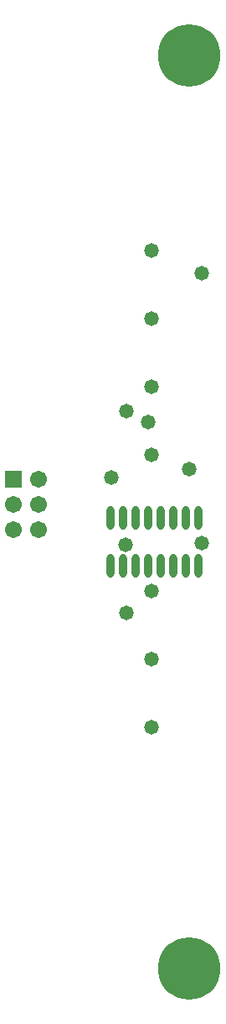
<source format=gbr>
%FSDAX33Y33*%
%MOMM*%
%SFA1B1*%

%IPPOS*%
%ADD14C,1.703200*%
%ADD15R,1.703200X1.703200*%
%ADD16C,1.473200*%
%ADD17C,6.299200*%
%ADD31O,0.803199X2.403201*%
%LNfilm_bottomsolder-1*%
%LPD*%
G54D31*
X034010Y058051D03*
Y062851D03*
X032740Y058051D03*
Y062851D03*
X031470Y058051D03*
Y062851D03*
X030200Y058051D03*
Y062851D03*
X028930Y058051D03*
Y062851D03*
X027660Y058051D03*
Y062851D03*
X026390Y058051D03*
Y062851D03*
X025120Y058051D03*
Y062851D03*
G54D14*
X017881Y061721D03*
Y064261D03*
Y066801D03*
X015341Y061721D03*
Y064261D03*
G54D15*
X015341Y066801D03*
G54D16*
X034391Y060324D03*
Y087502D03*
G54D17*
X033121Y017525D03*
Y109473D03*
G54D16*
X033079Y067803D03*
X029311Y041782D03*
Y048640D03*
Y055498D03*
Y069214D03*
Y076072D03*
Y082930D03*
Y089788D03*
X028906Y072574D03*
X026771Y053339D03*
Y073659D03*
X026633Y060197D03*
X025247Y066916D03*
M02*
</source>
